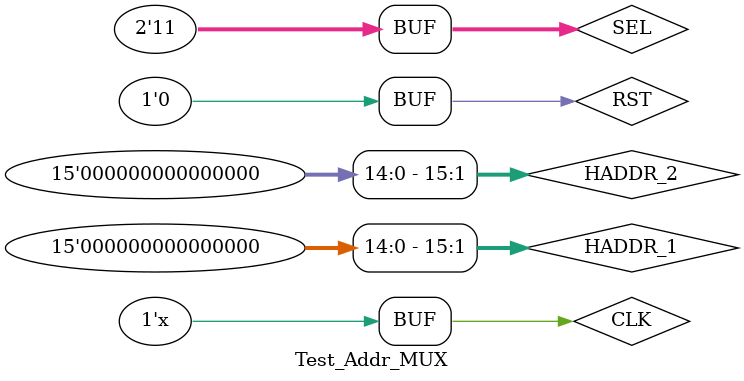
<source format=v>
`timescale 1ns / 1ps

module Test_Addr_MUX;

	// Inputs
	reg CLK;
	reg RST;
	reg [15:0] HADDR_1;
	reg [15:0] HADDR_2;
	reg [1:0] SEL;

	// Outputs
	wire [15:0] HADDR;

	// Instantiate the Unit Under Test (UUT)
	Addr_MUX uut (
		.CLK(CLK), 
		.RST(RST), 
		.HADDR(HADDR), 
		.HADDR_1(HADDR_1), 
		.HADDR_2(HADDR_2), 
		.SEL(SEL)
	);
	
	always #15  CLK =  ! CLK;
	
	initial begin
	#500 RST = 1; // Random reset stimuli
	#50 RST = 0;
	end
	
	initial begin
		// Initialize Inputs
		CLK = 0;
		RST = 0;
		HADDR_1 = 0;
		HADDR_2 = 0;
		SEL = 0;

		// Wait 100 ns for global reset to finish
		#15;
        
		// Add stimulus here
		
		#200 HADDR_1[15:0] = $random; HADDR_2[15:0] = $random; SEL = 2'b00; RST = 0; // no master selected
		#200 HADDR_1[15:0] = $random; HADDR_2[15:0] = $random; SEL = 2'b01; RST = 0; // master 1
		#200 HADDR_1[15:0] = $random; HADDR_2[15:0] = $random; SEL = 2'b10; RST = 0; // master 2
		#200 HADDR_1[15:0] = $random; HADDR_2[15:0] = $random; SEL = 2'b01; RST = 0; // master 1
		#200 HADDR_1[15:0] = $random; HADDR_2[15:0] = $random; SEL = 2'b11; RST = 0; // no master selected

	end
      
endmodule


</source>
